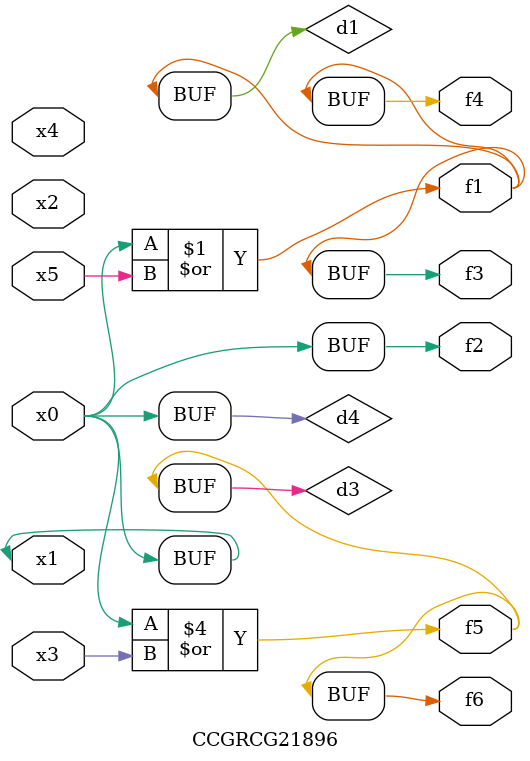
<source format=v>
module CCGRCG21896(
	input x0, x1, x2, x3, x4, x5,
	output f1, f2, f3, f4, f5, f6
);

	wire d1, d2, d3, d4;

	or (d1, x0, x5);
	xnor (d2, x1, x4);
	or (d3, x0, x3);
	buf (d4, x0, x1);
	assign f1 = d1;
	assign f2 = d4;
	assign f3 = d1;
	assign f4 = d1;
	assign f5 = d3;
	assign f6 = d3;
endmodule

</source>
